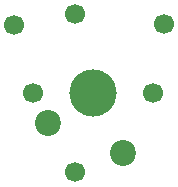
<source format=gbr>
G04 #@! TF.GenerationSoftware,KiCad,Pcbnew,(5.1.6)-1*
G04 #@! TF.CreationDate,2021-11-09T11:33:07-06:00*
G04 #@! TF.ProjectId,Pikatea handwire helpers,50696b61-7465-4612-9068-616e64776972,rev?*
G04 #@! TF.SameCoordinates,Original*
G04 #@! TF.FileFunction,Soldermask,Top*
G04 #@! TF.FilePolarity,Negative*
%FSLAX46Y46*%
G04 Gerber Fmt 4.6, Leading zero omitted, Abs format (unit mm)*
G04 Created by KiCad (PCBNEW (5.1.6)-1) date 2021-11-09 11:33:07*
%MOMM*%
%LPD*%
G01*
G04 APERTURE LIST*
%ADD10C,1.700000*%
%ADD11C,4.000000*%
%ADD12C,2.200000*%
G04 APERTURE END LIST*
D10*
X152019000Y-96139000D03*
X141859000Y-96139000D03*
D11*
X146939000Y-96139000D03*
D12*
X143129000Y-98679000D03*
X149479000Y-101219000D03*
D10*
X145398000Y-102834000D03*
X145398000Y-89434000D03*
X140298000Y-90334000D03*
X152998000Y-90234000D03*
M02*

</source>
